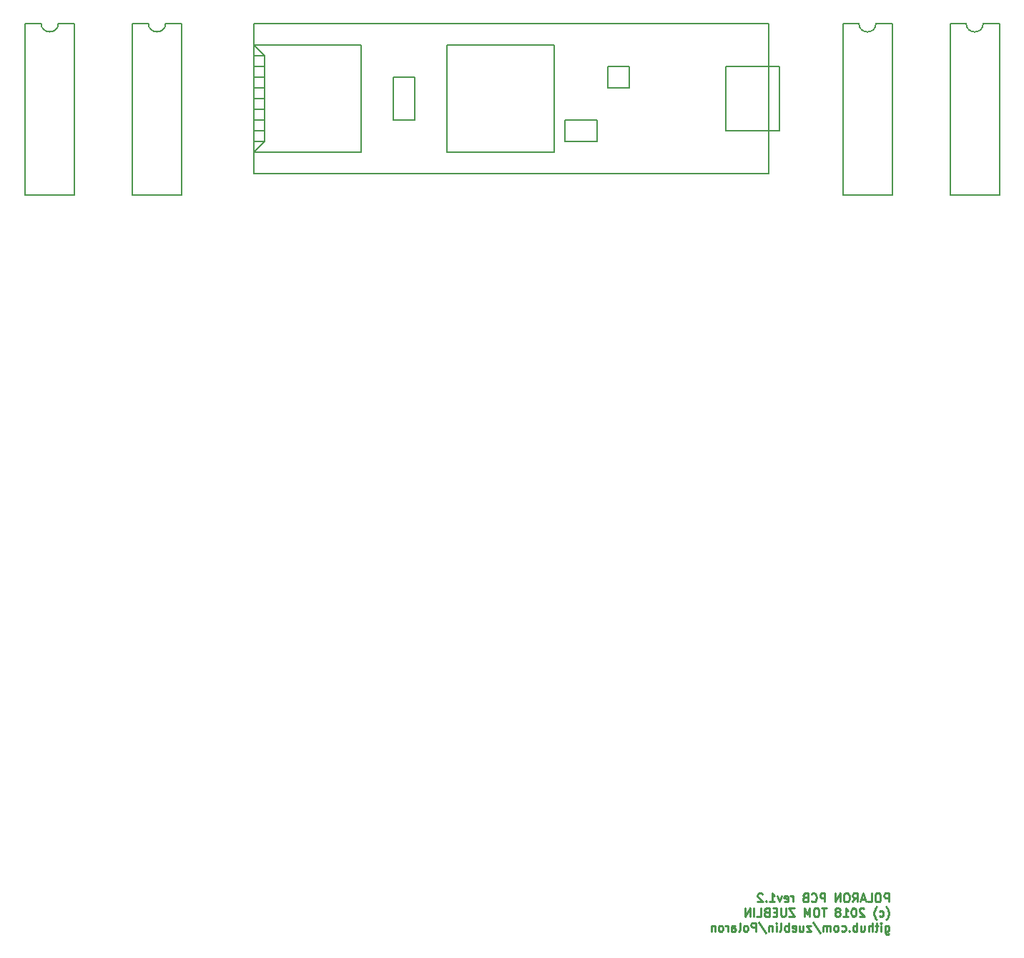
<source format=gbo>
G04 #@! TF.FileFunction,Legend,Bot*
%FSLAX46Y46*%
G04 Gerber Fmt 4.6, Leading zero omitted, Abs format (unit mm)*
G04 Created by KiCad (PCBNEW 4.0.6) date Saturday, 24. November 2018 'u26' 13:26:01*
%MOMM*%
%LPD*%
G01*
G04 APERTURE LIST*
%ADD10C,0.100000*%
%ADD11C,0.250000*%
%ADD12C,0.152400*%
%ADD13C,0.150000*%
G04 APERTURE END LIST*
D10*
D11*
X190211105Y-143025181D02*
X190211105Y-142025181D01*
X189830152Y-142025181D01*
X189734914Y-142072800D01*
X189687295Y-142120419D01*
X189639676Y-142215657D01*
X189639676Y-142358514D01*
X189687295Y-142453752D01*
X189734914Y-142501371D01*
X189830152Y-142548990D01*
X190211105Y-142548990D01*
X189020629Y-142025181D02*
X188830152Y-142025181D01*
X188734914Y-142072800D01*
X188639676Y-142168038D01*
X188592057Y-142358514D01*
X188592057Y-142691848D01*
X188639676Y-142882324D01*
X188734914Y-142977562D01*
X188830152Y-143025181D01*
X189020629Y-143025181D01*
X189115867Y-142977562D01*
X189211105Y-142882324D01*
X189258724Y-142691848D01*
X189258724Y-142358514D01*
X189211105Y-142168038D01*
X189115867Y-142072800D01*
X189020629Y-142025181D01*
X187687295Y-143025181D02*
X188163486Y-143025181D01*
X188163486Y-142025181D01*
X187401581Y-142739467D02*
X186925390Y-142739467D01*
X187496819Y-143025181D02*
X187163486Y-142025181D01*
X186830152Y-143025181D01*
X185925390Y-143025181D02*
X186258724Y-142548990D01*
X186496819Y-143025181D02*
X186496819Y-142025181D01*
X186115866Y-142025181D01*
X186020628Y-142072800D01*
X185973009Y-142120419D01*
X185925390Y-142215657D01*
X185925390Y-142358514D01*
X185973009Y-142453752D01*
X186020628Y-142501371D01*
X186115866Y-142548990D01*
X186496819Y-142548990D01*
X185306343Y-142025181D02*
X185115866Y-142025181D01*
X185020628Y-142072800D01*
X184925390Y-142168038D01*
X184877771Y-142358514D01*
X184877771Y-142691848D01*
X184925390Y-142882324D01*
X185020628Y-142977562D01*
X185115866Y-143025181D01*
X185306343Y-143025181D01*
X185401581Y-142977562D01*
X185496819Y-142882324D01*
X185544438Y-142691848D01*
X185544438Y-142358514D01*
X185496819Y-142168038D01*
X185401581Y-142072800D01*
X185306343Y-142025181D01*
X184449200Y-143025181D02*
X184449200Y-142025181D01*
X183877771Y-143025181D01*
X183877771Y-142025181D01*
X182639676Y-143025181D02*
X182639676Y-142025181D01*
X182258723Y-142025181D01*
X182163485Y-142072800D01*
X182115866Y-142120419D01*
X182068247Y-142215657D01*
X182068247Y-142358514D01*
X182115866Y-142453752D01*
X182163485Y-142501371D01*
X182258723Y-142548990D01*
X182639676Y-142548990D01*
X181068247Y-142929943D02*
X181115866Y-142977562D01*
X181258723Y-143025181D01*
X181353961Y-143025181D01*
X181496819Y-142977562D01*
X181592057Y-142882324D01*
X181639676Y-142787086D01*
X181687295Y-142596610D01*
X181687295Y-142453752D01*
X181639676Y-142263276D01*
X181592057Y-142168038D01*
X181496819Y-142072800D01*
X181353961Y-142025181D01*
X181258723Y-142025181D01*
X181115866Y-142072800D01*
X181068247Y-142120419D01*
X180306342Y-142501371D02*
X180163485Y-142548990D01*
X180115866Y-142596610D01*
X180068247Y-142691848D01*
X180068247Y-142834705D01*
X180115866Y-142929943D01*
X180163485Y-142977562D01*
X180258723Y-143025181D01*
X180639676Y-143025181D01*
X180639676Y-142025181D01*
X180306342Y-142025181D01*
X180211104Y-142072800D01*
X180163485Y-142120419D01*
X180115866Y-142215657D01*
X180115866Y-142310895D01*
X180163485Y-142406133D01*
X180211104Y-142453752D01*
X180306342Y-142501371D01*
X180639676Y-142501371D01*
X178877771Y-143025181D02*
X178877771Y-142358514D01*
X178877771Y-142548990D02*
X178830152Y-142453752D01*
X178782533Y-142406133D01*
X178687295Y-142358514D01*
X178592056Y-142358514D01*
X177877770Y-142977562D02*
X177973008Y-143025181D01*
X178163485Y-143025181D01*
X178258723Y-142977562D01*
X178306342Y-142882324D01*
X178306342Y-142501371D01*
X178258723Y-142406133D01*
X178163485Y-142358514D01*
X177973008Y-142358514D01*
X177877770Y-142406133D01*
X177830151Y-142501371D01*
X177830151Y-142596610D01*
X178306342Y-142691848D01*
X177496818Y-142358514D02*
X177258723Y-143025181D01*
X177020627Y-142358514D01*
X176115865Y-143025181D02*
X176687294Y-143025181D01*
X176401580Y-143025181D02*
X176401580Y-142025181D01*
X176496818Y-142168038D01*
X176592056Y-142263276D01*
X176687294Y-142310895D01*
X175687294Y-142929943D02*
X175639675Y-142977562D01*
X175687294Y-143025181D01*
X175734913Y-142977562D01*
X175687294Y-142929943D01*
X175687294Y-143025181D01*
X175258723Y-142120419D02*
X175211104Y-142072800D01*
X175115866Y-142025181D01*
X174877770Y-142025181D01*
X174782532Y-142072800D01*
X174734913Y-142120419D01*
X174687294Y-142215657D01*
X174687294Y-142310895D01*
X174734913Y-142453752D01*
X175306342Y-143025181D01*
X174687294Y-143025181D01*
X189925390Y-145156133D02*
X189973010Y-145108514D01*
X190068248Y-144965657D01*
X190115867Y-144870419D01*
X190163486Y-144727562D01*
X190211105Y-144489467D01*
X190211105Y-144298990D01*
X190163486Y-144060895D01*
X190115867Y-143918038D01*
X190068248Y-143822800D01*
X189973010Y-143679943D01*
X189925390Y-143632324D01*
X189115866Y-144727562D02*
X189211104Y-144775181D01*
X189401581Y-144775181D01*
X189496819Y-144727562D01*
X189544438Y-144679943D01*
X189592057Y-144584705D01*
X189592057Y-144298990D01*
X189544438Y-144203752D01*
X189496819Y-144156133D01*
X189401581Y-144108514D01*
X189211104Y-144108514D01*
X189115866Y-144156133D01*
X188782533Y-145156133D02*
X188734914Y-145108514D01*
X188639676Y-144965657D01*
X188592057Y-144870419D01*
X188544438Y-144727562D01*
X188496819Y-144489467D01*
X188496819Y-144298990D01*
X188544438Y-144060895D01*
X188592057Y-143918038D01*
X188639676Y-143822800D01*
X188734914Y-143679943D01*
X188782533Y-143632324D01*
X187306342Y-143870419D02*
X187258723Y-143822800D01*
X187163485Y-143775181D01*
X186925389Y-143775181D01*
X186830151Y-143822800D01*
X186782532Y-143870419D01*
X186734913Y-143965657D01*
X186734913Y-144060895D01*
X186782532Y-144203752D01*
X187353961Y-144775181D01*
X186734913Y-144775181D01*
X186115866Y-143775181D02*
X186020627Y-143775181D01*
X185925389Y-143822800D01*
X185877770Y-143870419D01*
X185830151Y-143965657D01*
X185782532Y-144156133D01*
X185782532Y-144394229D01*
X185830151Y-144584705D01*
X185877770Y-144679943D01*
X185925389Y-144727562D01*
X186020627Y-144775181D01*
X186115866Y-144775181D01*
X186211104Y-144727562D01*
X186258723Y-144679943D01*
X186306342Y-144584705D01*
X186353961Y-144394229D01*
X186353961Y-144156133D01*
X186306342Y-143965657D01*
X186258723Y-143870419D01*
X186211104Y-143822800D01*
X186115866Y-143775181D01*
X184830151Y-144775181D02*
X185401580Y-144775181D01*
X185115866Y-144775181D02*
X185115866Y-143775181D01*
X185211104Y-143918038D01*
X185306342Y-144013276D01*
X185401580Y-144060895D01*
X184258723Y-144203752D02*
X184353961Y-144156133D01*
X184401580Y-144108514D01*
X184449199Y-144013276D01*
X184449199Y-143965657D01*
X184401580Y-143870419D01*
X184353961Y-143822800D01*
X184258723Y-143775181D01*
X184068246Y-143775181D01*
X183973008Y-143822800D01*
X183925389Y-143870419D01*
X183877770Y-143965657D01*
X183877770Y-144013276D01*
X183925389Y-144108514D01*
X183973008Y-144156133D01*
X184068246Y-144203752D01*
X184258723Y-144203752D01*
X184353961Y-144251371D01*
X184401580Y-144298990D01*
X184449199Y-144394229D01*
X184449199Y-144584705D01*
X184401580Y-144679943D01*
X184353961Y-144727562D01*
X184258723Y-144775181D01*
X184068246Y-144775181D01*
X183973008Y-144727562D01*
X183925389Y-144679943D01*
X183877770Y-144584705D01*
X183877770Y-144394229D01*
X183925389Y-144298990D01*
X183973008Y-144251371D01*
X184068246Y-144203752D01*
X182830151Y-143775181D02*
X182258722Y-143775181D01*
X182544437Y-144775181D02*
X182544437Y-143775181D01*
X181734913Y-143775181D02*
X181544436Y-143775181D01*
X181449198Y-143822800D01*
X181353960Y-143918038D01*
X181306341Y-144108514D01*
X181306341Y-144441848D01*
X181353960Y-144632324D01*
X181449198Y-144727562D01*
X181544436Y-144775181D01*
X181734913Y-144775181D01*
X181830151Y-144727562D01*
X181925389Y-144632324D01*
X181973008Y-144441848D01*
X181973008Y-144108514D01*
X181925389Y-143918038D01*
X181830151Y-143822800D01*
X181734913Y-143775181D01*
X180877770Y-144775181D02*
X180877770Y-143775181D01*
X180544436Y-144489467D01*
X180211103Y-143775181D01*
X180211103Y-144775181D01*
X179068246Y-143775181D02*
X178401579Y-143775181D01*
X179068246Y-144775181D01*
X178401579Y-144775181D01*
X178020627Y-143775181D02*
X178020627Y-144584705D01*
X177973008Y-144679943D01*
X177925389Y-144727562D01*
X177830151Y-144775181D01*
X177639674Y-144775181D01*
X177544436Y-144727562D01*
X177496817Y-144679943D01*
X177449198Y-144584705D01*
X177449198Y-143775181D01*
X176973008Y-144251371D02*
X176639674Y-144251371D01*
X176496817Y-144775181D02*
X176973008Y-144775181D01*
X176973008Y-143775181D01*
X176496817Y-143775181D01*
X175734912Y-144251371D02*
X175592055Y-144298990D01*
X175544436Y-144346610D01*
X175496817Y-144441848D01*
X175496817Y-144584705D01*
X175544436Y-144679943D01*
X175592055Y-144727562D01*
X175687293Y-144775181D01*
X176068246Y-144775181D01*
X176068246Y-143775181D01*
X175734912Y-143775181D01*
X175639674Y-143822800D01*
X175592055Y-143870419D01*
X175544436Y-143965657D01*
X175544436Y-144060895D01*
X175592055Y-144156133D01*
X175639674Y-144203752D01*
X175734912Y-144251371D01*
X176068246Y-144251371D01*
X174592055Y-144775181D02*
X175068246Y-144775181D01*
X175068246Y-143775181D01*
X174258722Y-144775181D02*
X174258722Y-143775181D01*
X173782532Y-144775181D02*
X173782532Y-143775181D01*
X173211103Y-144775181D01*
X173211103Y-143775181D01*
X189782533Y-145858514D02*
X189782533Y-146668038D01*
X189830152Y-146763276D01*
X189877771Y-146810895D01*
X189973010Y-146858514D01*
X190115867Y-146858514D01*
X190211105Y-146810895D01*
X189782533Y-146477562D02*
X189877771Y-146525181D01*
X190068248Y-146525181D01*
X190163486Y-146477562D01*
X190211105Y-146429943D01*
X190258724Y-146334705D01*
X190258724Y-146048990D01*
X190211105Y-145953752D01*
X190163486Y-145906133D01*
X190068248Y-145858514D01*
X189877771Y-145858514D01*
X189782533Y-145906133D01*
X189306343Y-146525181D02*
X189306343Y-145858514D01*
X189306343Y-145525181D02*
X189353962Y-145572800D01*
X189306343Y-145620419D01*
X189258724Y-145572800D01*
X189306343Y-145525181D01*
X189306343Y-145620419D01*
X188973010Y-145858514D02*
X188592058Y-145858514D01*
X188830153Y-145525181D02*
X188830153Y-146382324D01*
X188782534Y-146477562D01*
X188687296Y-146525181D01*
X188592058Y-146525181D01*
X188258724Y-146525181D02*
X188258724Y-145525181D01*
X187830152Y-146525181D02*
X187830152Y-146001371D01*
X187877771Y-145906133D01*
X187973009Y-145858514D01*
X188115867Y-145858514D01*
X188211105Y-145906133D01*
X188258724Y-145953752D01*
X186925390Y-145858514D02*
X186925390Y-146525181D01*
X187353962Y-145858514D02*
X187353962Y-146382324D01*
X187306343Y-146477562D01*
X187211105Y-146525181D01*
X187068247Y-146525181D01*
X186973009Y-146477562D01*
X186925390Y-146429943D01*
X186449200Y-146525181D02*
X186449200Y-145525181D01*
X186449200Y-145906133D02*
X186353962Y-145858514D01*
X186163485Y-145858514D01*
X186068247Y-145906133D01*
X186020628Y-145953752D01*
X185973009Y-146048990D01*
X185973009Y-146334705D01*
X186020628Y-146429943D01*
X186068247Y-146477562D01*
X186163485Y-146525181D01*
X186353962Y-146525181D01*
X186449200Y-146477562D01*
X185544438Y-146429943D02*
X185496819Y-146477562D01*
X185544438Y-146525181D01*
X185592057Y-146477562D01*
X185544438Y-146429943D01*
X185544438Y-146525181D01*
X184639676Y-146477562D02*
X184734914Y-146525181D01*
X184925391Y-146525181D01*
X185020629Y-146477562D01*
X185068248Y-146429943D01*
X185115867Y-146334705D01*
X185115867Y-146048990D01*
X185068248Y-145953752D01*
X185020629Y-145906133D01*
X184925391Y-145858514D01*
X184734914Y-145858514D01*
X184639676Y-145906133D01*
X184068248Y-146525181D02*
X184163486Y-146477562D01*
X184211105Y-146429943D01*
X184258724Y-146334705D01*
X184258724Y-146048990D01*
X184211105Y-145953752D01*
X184163486Y-145906133D01*
X184068248Y-145858514D01*
X183925390Y-145858514D01*
X183830152Y-145906133D01*
X183782533Y-145953752D01*
X183734914Y-146048990D01*
X183734914Y-146334705D01*
X183782533Y-146429943D01*
X183830152Y-146477562D01*
X183925390Y-146525181D01*
X184068248Y-146525181D01*
X183306343Y-146525181D02*
X183306343Y-145858514D01*
X183306343Y-145953752D02*
X183258724Y-145906133D01*
X183163486Y-145858514D01*
X183020628Y-145858514D01*
X182925390Y-145906133D01*
X182877771Y-146001371D01*
X182877771Y-146525181D01*
X182877771Y-146001371D02*
X182830152Y-145906133D01*
X182734914Y-145858514D01*
X182592057Y-145858514D01*
X182496819Y-145906133D01*
X182449200Y-146001371D01*
X182449200Y-146525181D01*
X181258724Y-145477562D02*
X182115867Y-146763276D01*
X181020629Y-145858514D02*
X180496819Y-145858514D01*
X181020629Y-146525181D01*
X180496819Y-146525181D01*
X179687295Y-145858514D02*
X179687295Y-146525181D01*
X180115867Y-145858514D02*
X180115867Y-146382324D01*
X180068248Y-146477562D01*
X179973010Y-146525181D01*
X179830152Y-146525181D01*
X179734914Y-146477562D01*
X179687295Y-146429943D01*
X178830152Y-146477562D02*
X178925390Y-146525181D01*
X179115867Y-146525181D01*
X179211105Y-146477562D01*
X179258724Y-146382324D01*
X179258724Y-146001371D01*
X179211105Y-145906133D01*
X179115867Y-145858514D01*
X178925390Y-145858514D01*
X178830152Y-145906133D01*
X178782533Y-146001371D01*
X178782533Y-146096610D01*
X179258724Y-146191848D01*
X178353962Y-146525181D02*
X178353962Y-145525181D01*
X178353962Y-145906133D02*
X178258724Y-145858514D01*
X178068247Y-145858514D01*
X177973009Y-145906133D01*
X177925390Y-145953752D01*
X177877771Y-146048990D01*
X177877771Y-146334705D01*
X177925390Y-146429943D01*
X177973009Y-146477562D01*
X178068247Y-146525181D01*
X178258724Y-146525181D01*
X178353962Y-146477562D01*
X177306343Y-146525181D02*
X177401581Y-146477562D01*
X177449200Y-146382324D01*
X177449200Y-145525181D01*
X176925390Y-146525181D02*
X176925390Y-145858514D01*
X176925390Y-145525181D02*
X176973009Y-145572800D01*
X176925390Y-145620419D01*
X176877771Y-145572800D01*
X176925390Y-145525181D01*
X176925390Y-145620419D01*
X176449200Y-145858514D02*
X176449200Y-146525181D01*
X176449200Y-145953752D02*
X176401581Y-145906133D01*
X176306343Y-145858514D01*
X176163485Y-145858514D01*
X176068247Y-145906133D01*
X176020628Y-146001371D01*
X176020628Y-146525181D01*
X174830152Y-145477562D02*
X175687295Y-146763276D01*
X174496819Y-146525181D02*
X174496819Y-145525181D01*
X174115866Y-145525181D01*
X174020628Y-145572800D01*
X173973009Y-145620419D01*
X173925390Y-145715657D01*
X173925390Y-145858514D01*
X173973009Y-145953752D01*
X174020628Y-146001371D01*
X174115866Y-146048990D01*
X174496819Y-146048990D01*
X173353962Y-146525181D02*
X173449200Y-146477562D01*
X173496819Y-146429943D01*
X173544438Y-146334705D01*
X173544438Y-146048990D01*
X173496819Y-145953752D01*
X173449200Y-145906133D01*
X173353962Y-145858514D01*
X173211104Y-145858514D01*
X173115866Y-145906133D01*
X173068247Y-145953752D01*
X173020628Y-146048990D01*
X173020628Y-146334705D01*
X173068247Y-146429943D01*
X173115866Y-146477562D01*
X173211104Y-146525181D01*
X173353962Y-146525181D01*
X172449200Y-146525181D02*
X172544438Y-146477562D01*
X172592057Y-146382324D01*
X172592057Y-145525181D01*
X171639675Y-146525181D02*
X171639675Y-146001371D01*
X171687294Y-145906133D01*
X171782532Y-145858514D01*
X171973009Y-145858514D01*
X172068247Y-145906133D01*
X171639675Y-146477562D02*
X171734913Y-146525181D01*
X171973009Y-146525181D01*
X172068247Y-146477562D01*
X172115866Y-146382324D01*
X172115866Y-146287086D01*
X172068247Y-146191848D01*
X171973009Y-146144229D01*
X171734913Y-146144229D01*
X171639675Y-146096610D01*
X171163485Y-146525181D02*
X171163485Y-145858514D01*
X171163485Y-146048990D02*
X171115866Y-145953752D01*
X171068247Y-145906133D01*
X170973009Y-145858514D01*
X170877770Y-145858514D01*
X170401580Y-146525181D02*
X170496818Y-146477562D01*
X170544437Y-146429943D01*
X170592056Y-146334705D01*
X170592056Y-146048990D01*
X170544437Y-145953752D01*
X170496818Y-145906133D01*
X170401580Y-145858514D01*
X170258722Y-145858514D01*
X170163484Y-145906133D01*
X170115865Y-145953752D01*
X170068246Y-146048990D01*
X170068246Y-146334705D01*
X170115865Y-146429943D01*
X170163484Y-146477562D01*
X170258722Y-146525181D01*
X170401580Y-146525181D01*
X169639675Y-145858514D02*
X169639675Y-146525181D01*
X169639675Y-145953752D02*
X169592056Y-145906133D01*
X169496818Y-145858514D01*
X169353960Y-145858514D01*
X169258722Y-145906133D01*
X169211103Y-146001371D01*
X169211103Y-146525181D01*
D12*
X184780200Y-59232800D02*
X184780200Y-38912800D01*
X190622200Y-38912800D02*
X190622200Y-59232800D01*
X184780200Y-59232800D02*
X190622200Y-59232800D01*
X184780200Y-38912800D02*
X186685200Y-38912800D01*
X190622200Y-38912800D02*
X188717200Y-38912800D01*
X188717200Y-38912800D02*
G75*
G02X186685200Y-38912800I-1016000J0D01*
G01*
D13*
X159461200Y-43992800D02*
X159461200Y-46532800D01*
X159461200Y-46532800D02*
X156921200Y-46532800D01*
X156921200Y-46532800D02*
X156921200Y-43992800D01*
X156921200Y-43992800D02*
X159461200Y-43992800D01*
X151841200Y-52882800D02*
X155651200Y-52882800D01*
X155651200Y-52882800D02*
X155651200Y-50342800D01*
X155651200Y-50342800D02*
X151841200Y-50342800D01*
X151841200Y-50342800D02*
X151841200Y-52882800D01*
X137871200Y-54152800D02*
X137871200Y-41452800D01*
X150571200Y-41452800D02*
X150571200Y-54152800D01*
X150571200Y-54152800D02*
X137871200Y-54152800D01*
X150571200Y-41452800D02*
X137871200Y-41452800D01*
X116281200Y-52882800D02*
X115011200Y-52882800D01*
X116281200Y-51612800D02*
X115011200Y-51612800D01*
X116281200Y-50342800D02*
X115011200Y-50342800D01*
X116281200Y-49072800D02*
X115011200Y-49072800D01*
X116281200Y-47802800D02*
X115011200Y-47802800D01*
X116281200Y-46532800D02*
X115011200Y-46532800D01*
X116281200Y-45262800D02*
X115011200Y-45262800D01*
X116281200Y-43992800D02*
X115011200Y-43992800D01*
X116281200Y-42722800D02*
X115011200Y-42722800D01*
X115011200Y-54152800D02*
X116281200Y-52882800D01*
X116281200Y-52882800D02*
X116281200Y-42722800D01*
X116281200Y-42722800D02*
X115011200Y-41452800D01*
X115011200Y-41452800D02*
X127711200Y-41452800D01*
X127711200Y-41452800D02*
X127711200Y-54152800D01*
X127711200Y-54152800D02*
X115011200Y-54152800D01*
X115011200Y-38912800D02*
X175971200Y-38912800D01*
X175971200Y-56692800D02*
X115011200Y-56692800D01*
X175971200Y-51612800D02*
X177241200Y-51612800D01*
X177241200Y-51612800D02*
X177241200Y-43992800D01*
X177241200Y-43992800D02*
X175971200Y-43992800D01*
X170891200Y-51612800D02*
X170891200Y-43992800D01*
X170891200Y-43992800D02*
X175971200Y-43992800D01*
X170891200Y-51612800D02*
X175971200Y-51612800D01*
X131521200Y-45262800D02*
X131521200Y-50342800D01*
X131521200Y-50342800D02*
X134061200Y-50342800D01*
X134061200Y-50342800D02*
X134061200Y-45262800D01*
X134061200Y-45262800D02*
X131521200Y-45262800D01*
X115011200Y-38912800D02*
X115011200Y-56692800D01*
X175971200Y-56692800D02*
X175971200Y-38912800D01*
D12*
X197480200Y-59232800D02*
X197480200Y-38912800D01*
X203322200Y-38912800D02*
X203322200Y-59232800D01*
X197480200Y-59232800D02*
X203322200Y-59232800D01*
X197480200Y-38912800D02*
X199385200Y-38912800D01*
X203322200Y-38912800D02*
X201417200Y-38912800D01*
X201417200Y-38912800D02*
G75*
G02X199385200Y-38912800I-1016000J0D01*
G01*
X100660200Y-59232800D02*
X100660200Y-38912800D01*
X106502200Y-38912800D02*
X106502200Y-59232800D01*
X100660200Y-59232800D02*
X106502200Y-59232800D01*
X100660200Y-38912800D02*
X102565200Y-38912800D01*
X106502200Y-38912800D02*
X104597200Y-38912800D01*
X104597200Y-38912800D02*
G75*
G02X102565200Y-38912800I-1016000J0D01*
G01*
X87960200Y-59232800D02*
X87960200Y-38912800D01*
X93802200Y-38912800D02*
X93802200Y-59232800D01*
X87960200Y-59232800D02*
X93802200Y-59232800D01*
X87960200Y-38912800D02*
X89865200Y-38912800D01*
X93802200Y-38912800D02*
X91897200Y-38912800D01*
X91897200Y-38912800D02*
G75*
G02X89865200Y-38912800I-1016000J0D01*
G01*
M02*

</source>
